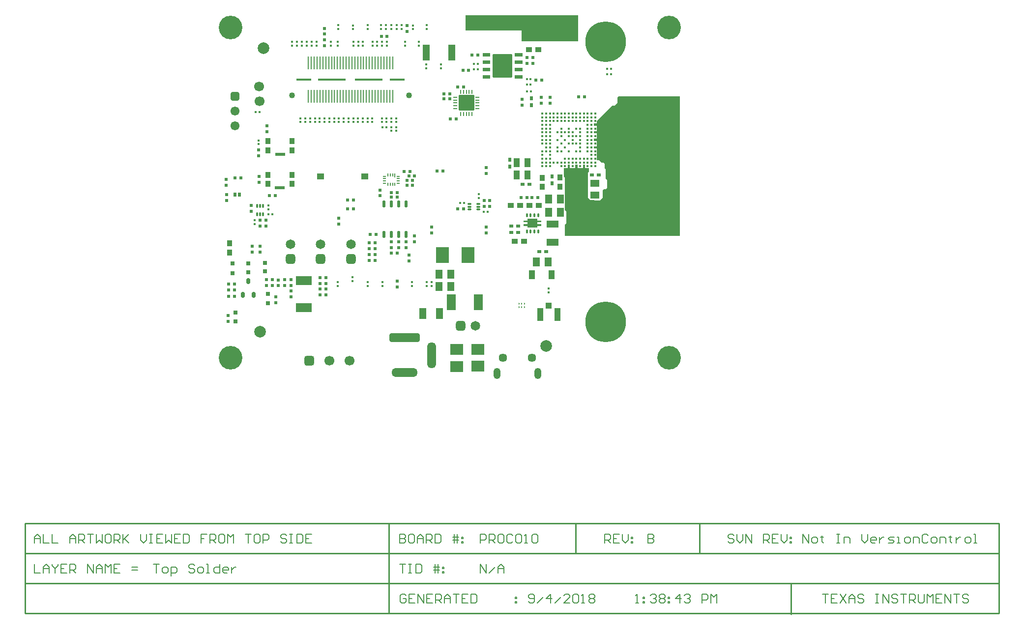
<source format=gts>
G04 Layer_Color=8388736*
%FSLAX25Y25*%
%MOIN*%
G70*
G01*
G75*
%ADD11R,0.03150X0.03150*%
G04:AMPARAMS|DCode=12|XSize=31.5mil|YSize=15.75mil|CornerRadius=1.97mil|HoleSize=0mil|Usage=FLASHONLY|Rotation=0.000|XOffset=0mil|YOffset=0mil|HoleType=Round|Shape=RoundedRectangle|*
%AMROUNDEDRECTD12*
21,1,0.03150,0.01181,0,0,0.0*
21,1,0.02756,0.01575,0,0,0.0*
1,1,0.00394,0.01378,-0.00591*
1,1,0.00394,-0.01378,-0.00591*
1,1,0.00394,-0.01378,0.00591*
1,1,0.00394,0.01378,0.00591*
%
%ADD12ROUNDEDRECTD12*%
G04:AMPARAMS|DCode=13|XSize=133.86mil|YSize=157.48mil|CornerRadius=2.01mil|HoleSize=0mil|Usage=FLASHONLY|Rotation=0.000|XOffset=0mil|YOffset=0mil|HoleType=Round|Shape=RoundedRectangle|*
%AMROUNDEDRECTD13*
21,1,0.13386,0.15346,0,0,0.0*
21,1,0.12984,0.15748,0,0,0.0*
1,1,0.00402,0.06492,-0.07673*
1,1,0.00402,-0.06492,-0.07673*
1,1,0.00402,-0.06492,0.07673*
1,1,0.00402,0.06492,0.07673*
%
%ADD13ROUNDEDRECTD13*%
G04:AMPARAMS|DCode=14|XSize=66.93mil|YSize=21.65mil|CornerRadius=1.95mil|HoleSize=0mil|Usage=FLASHONLY|Rotation=0.000|XOffset=0mil|YOffset=0mil|HoleType=Round|Shape=RoundedRectangle|*
%AMROUNDEDRECTD14*
21,1,0.06693,0.01776,0,0,0.0*
21,1,0.06303,0.02165,0,0,0.0*
1,1,0.00390,0.03152,-0.00888*
1,1,0.00390,-0.03152,-0.00888*
1,1,0.00390,-0.03152,0.00888*
1,1,0.00390,0.03152,0.00888*
%
%ADD14ROUNDEDRECTD14*%
G04:AMPARAMS|DCode=15|XSize=35.43mil|YSize=39.37mil|CornerRadius=1.95mil|HoleSize=0mil|Usage=FLASHONLY|Rotation=180.000|XOffset=0mil|YOffset=0mil|HoleType=Round|Shape=RoundedRectangle|*
%AMROUNDEDRECTD15*
21,1,0.03543,0.03547,0,0,180.0*
21,1,0.03154,0.03937,0,0,180.0*
1,1,0.00390,-0.01577,0.01774*
1,1,0.00390,0.01577,0.01774*
1,1,0.00390,0.01577,-0.01774*
1,1,0.00390,-0.01577,-0.01774*
%
%ADD15ROUNDEDRECTD15*%
%ADD16R,0.05000X0.03937*%
G04:AMPARAMS|DCode=17|XSize=23.62mil|YSize=39.37mil|CornerRadius=5.91mil|HoleSize=0mil|Usage=FLASHONLY|Rotation=180.000|XOffset=0mil|YOffset=0mil|HoleType=Round|Shape=RoundedRectangle|*
%AMROUNDEDRECTD17*
21,1,0.02362,0.02756,0,0,180.0*
21,1,0.01181,0.03937,0,0,180.0*
1,1,0.01181,-0.00591,0.01378*
1,1,0.01181,0.00591,0.01378*
1,1,0.01181,0.00591,-0.01378*
1,1,0.01181,-0.00591,-0.01378*
%
%ADD17ROUNDEDRECTD17*%
G04:AMPARAMS|DCode=18|XSize=18.7mil|YSize=29.53mil|CornerRadius=3.93mil|HoleSize=0mil|Usage=FLASHONLY|Rotation=0.000|XOffset=0mil|YOffset=0mil|HoleType=Round|Shape=RoundedRectangle|*
%AMROUNDEDRECTD18*
21,1,0.01870,0.02167,0,0,0.0*
21,1,0.01085,0.02953,0,0,0.0*
1,1,0.00785,0.00542,-0.01084*
1,1,0.00785,-0.00542,-0.01084*
1,1,0.00785,-0.00542,0.01084*
1,1,0.00785,0.00542,0.01084*
%
%ADD18ROUNDEDRECTD18*%
%ADD19R,0.08500X0.10799*%
%ADD20R,0.10000X0.01693*%
%ADD21R,0.18504X0.01693*%
%ADD22R,0.01098X0.08937*%
G04:AMPARAMS|DCode=23|XSize=9.45mil|YSize=23.62mil|CornerRadius=1.98mil|HoleSize=0mil|Usage=FLASHONLY|Rotation=90.000|XOffset=0mil|YOffset=0mil|HoleType=Round|Shape=RoundedRectangle|*
%AMROUNDEDRECTD23*
21,1,0.00945,0.01965,0,0,90.0*
21,1,0.00548,0.02362,0,0,90.0*
1,1,0.00397,0.00983,0.00274*
1,1,0.00397,0.00983,-0.00274*
1,1,0.00397,-0.00983,-0.00274*
1,1,0.00397,-0.00983,0.00274*
%
%ADD23ROUNDEDRECTD23*%
G04:AMPARAMS|DCode=24|XSize=9.45mil|YSize=23.62mil|CornerRadius=1.98mil|HoleSize=0mil|Usage=FLASHONLY|Rotation=0.000|XOffset=0mil|YOffset=0mil|HoleType=Round|Shape=RoundedRectangle|*
%AMROUNDEDRECTD24*
21,1,0.00945,0.01965,0,0,0.0*
21,1,0.00548,0.02362,0,0,0.0*
1,1,0.00397,0.00274,-0.00983*
1,1,0.00397,-0.00274,-0.00983*
1,1,0.00397,-0.00274,0.00983*
1,1,0.00397,0.00274,0.00983*
%
%ADD24ROUNDEDRECTD24*%
G04:AMPARAMS|DCode=25|XSize=106.3mil|YSize=106.3mil|CornerRadius=2.13mil|HoleSize=0mil|Usage=FLASHONLY|Rotation=0.000|XOffset=0mil|YOffset=0mil|HoleType=Round|Shape=RoundedRectangle|*
%AMROUNDEDRECTD25*
21,1,0.10630,0.10205,0,0,0.0*
21,1,0.10205,0.10630,0,0,0.0*
1,1,0.00425,0.05102,-0.05102*
1,1,0.00425,-0.05102,-0.05102*
1,1,0.00425,-0.05102,0.05102*
1,1,0.00425,0.05102,0.05102*
%
%ADD25ROUNDEDRECTD25*%
%ADD26R,0.00787X0.02756*%
%ADD27R,0.00787X0.02362*%
%ADD28R,0.02362X0.00787*%
G04:AMPARAMS|DCode=29|XSize=41.34mil|YSize=57.09mil|CornerRadius=2.07mil|HoleSize=0mil|Usage=FLASHONLY|Rotation=180.000|XOffset=0mil|YOffset=0mil|HoleType=Round|Shape=RoundedRectangle|*
%AMROUNDEDRECTD29*
21,1,0.04134,0.05295,0,0,180.0*
21,1,0.03720,0.05709,0,0,180.0*
1,1,0.00413,-0.01860,0.02648*
1,1,0.00413,0.01860,0.02648*
1,1,0.00413,0.01860,-0.02648*
1,1,0.00413,-0.01860,-0.02648*
%
%ADD29ROUNDEDRECTD29*%
G04:AMPARAMS|DCode=30|XSize=41.34mil|YSize=86.61mil|CornerRadius=2.07mil|HoleSize=0mil|Usage=FLASHONLY|Rotation=0.000|XOffset=0mil|YOffset=0mil|HoleType=Round|Shape=RoundedRectangle|*
%AMROUNDEDRECTD30*
21,1,0.04134,0.08248,0,0,0.0*
21,1,0.03720,0.08661,0,0,0.0*
1,1,0.00413,0.01860,-0.04124*
1,1,0.00413,-0.01860,-0.04124*
1,1,0.00413,-0.01860,0.04124*
1,1,0.00413,0.01860,0.04124*
%
%ADD30ROUNDEDRECTD30*%
G04:AMPARAMS|DCode=31|XSize=39.37mil|YSize=41.34mil|CornerRadius=1.97mil|HoleSize=0mil|Usage=FLASHONLY|Rotation=0.000|XOffset=0mil|YOffset=0mil|HoleType=Round|Shape=RoundedRectangle|*
%AMROUNDEDRECTD31*
21,1,0.03937,0.03740,0,0,0.0*
21,1,0.03543,0.04134,0,0,0.0*
1,1,0.00394,0.01772,-0.01870*
1,1,0.00394,-0.01772,-0.01870*
1,1,0.00394,-0.01772,0.01870*
1,1,0.00394,0.01772,0.01870*
%
%ADD31ROUNDEDRECTD31*%
G04:AMPARAMS|DCode=33|XSize=7.87mil|YSize=11.81mil|CornerRadius=1.97mil|HoleSize=0mil|Usage=FLASHONLY|Rotation=0.000|XOffset=0mil|YOffset=0mil|HoleType=Round|Shape=RoundedRectangle|*
%AMROUNDEDRECTD33*
21,1,0.00787,0.00787,0,0,0.0*
21,1,0.00394,0.01181,0,0,0.0*
1,1,0.00394,0.00197,-0.00394*
1,1,0.00394,-0.00197,-0.00394*
1,1,0.00394,-0.00197,0.00394*
1,1,0.00394,0.00197,0.00394*
%
%ADD33ROUNDEDRECTD33*%
G04:AMPARAMS|DCode=34|XSize=7.87mil|YSize=13.78mil|CornerRadius=1.97mil|HoleSize=0mil|Usage=FLASHONLY|Rotation=0.000|XOffset=0mil|YOffset=0mil|HoleType=Round|Shape=RoundedRectangle|*
%AMROUNDEDRECTD34*
21,1,0.00787,0.00984,0,0,0.0*
21,1,0.00394,0.01378,0,0,0.0*
1,1,0.00394,0.00197,-0.00492*
1,1,0.00394,-0.00197,-0.00492*
1,1,0.00394,-0.00197,0.00492*
1,1,0.00394,0.00197,0.00492*
%
%ADD34ROUNDEDRECTD34*%
G04:AMPARAMS|DCode=35|XSize=11.81mil|YSize=26.38mil|CornerRadius=1.95mil|HoleSize=0mil|Usage=FLASHONLY|Rotation=0.000|XOffset=0mil|YOffset=0mil|HoleType=Round|Shape=RoundedRectangle|*
%AMROUNDEDRECTD35*
21,1,0.01181,0.02248,0,0,0.0*
21,1,0.00791,0.02638,0,0,0.0*
1,1,0.00390,0.00396,-0.01124*
1,1,0.00390,-0.00396,-0.01124*
1,1,0.00390,-0.00396,0.01124*
1,1,0.00390,0.00396,0.01124*
%
%ADD35ROUNDEDRECTD35*%
G04:AMPARAMS|DCode=36|XSize=59.05mil|YSize=68.9mil|CornerRadius=2.07mil|HoleSize=0mil|Usage=FLASHONLY|Rotation=270.000|XOffset=0mil|YOffset=0mil|HoleType=Round|Shape=RoundedRectangle|*
%AMROUNDEDRECTD36*
21,1,0.05905,0.06476,0,0,270.0*
21,1,0.05492,0.06890,0,0,270.0*
1,1,0.00413,-0.03238,-0.02746*
1,1,0.00413,-0.03238,0.02746*
1,1,0.00413,0.03238,0.02746*
1,1,0.00413,0.03238,-0.02746*
%
%ADD36ROUNDEDRECTD36*%
G04:AMPARAMS|DCode=37|XSize=11.81mil|YSize=23.62mil|CornerRadius=1.95mil|HoleSize=0mil|Usage=FLASHONLY|Rotation=0.000|XOffset=0mil|YOffset=0mil|HoleType=Round|Shape=RoundedRectangle|*
%AMROUNDEDRECTD37*
21,1,0.01181,0.01972,0,0,0.0*
21,1,0.00791,0.02362,0,0,0.0*
1,1,0.00390,0.00396,-0.00986*
1,1,0.00390,-0.00396,-0.00986*
1,1,0.00390,-0.00396,0.00986*
1,1,0.00390,0.00396,0.00986*
%
%ADD37ROUNDEDRECTD37*%
%ADD38O,0.02165X0.04921*%
G04:AMPARAMS|DCode=40|XSize=87.79mil|YSize=70.87mil|CornerRadius=2.13mil|HoleSize=0mil|Usage=FLASHONLY|Rotation=0.000|XOffset=0mil|YOffset=0mil|HoleType=Round|Shape=RoundedRectangle|*
%AMROUNDEDRECTD40*
21,1,0.08779,0.06661,0,0,0.0*
21,1,0.08354,0.07087,0,0,0.0*
1,1,0.00425,0.04177,-0.03331*
1,1,0.00425,-0.04177,-0.03331*
1,1,0.00425,-0.04177,0.03331*
1,1,0.00425,0.04177,0.03331*
%
%ADD40ROUNDEDRECTD40*%
%ADD41R,0.04724X0.10630*%
%ADD42R,0.06299X0.10630*%
%ADD43R,0.05118X0.07283*%
%ADD44R,0.03740X0.03937*%
%ADD45R,0.01968X0.02362*%
%ADD46R,0.01654X0.01811*%
%ADD47R,0.01811X0.01654*%
%ADD48R,0.02362X0.01968*%
%ADD49R,0.07874X0.04724*%
%ADD50R,0.03937X0.03740*%
%ADD51R,0.05000X0.06300*%
G04:AMPARAMS|DCode=52|XSize=11.81mil|YSize=26.38mil|CornerRadius=1.95mil|HoleSize=0mil|Usage=FLASHONLY|Rotation=90.000|XOffset=0mil|YOffset=0mil|HoleType=Round|Shape=RoundedRectangle|*
%AMROUNDEDRECTD52*
21,1,0.01181,0.02248,0,0,90.0*
21,1,0.00791,0.02638,0,0,90.0*
1,1,0.00390,0.01124,0.00396*
1,1,0.00390,0.01124,-0.00396*
1,1,0.00390,-0.01124,-0.00396*
1,1,0.00390,-0.01124,0.00396*
%
%ADD52ROUNDEDRECTD52*%
%ADD53R,0.10630X0.06299*%
%ADD54R,0.04331X0.06299*%
%ADD55R,0.03150X0.02362*%
%ADD56R,0.06300X0.05000*%
%ADD57R,0.02362X0.03150*%
%ADD65C,0.01000*%
%ADD80C,0.00800*%
G04:AMPARAMS|DCode=81|XSize=64.96mil|YSize=64.96mil|CornerRadius=16.24mil|HoleSize=0mil|Usage=FLASHONLY|Rotation=90.000|XOffset=0mil|YOffset=0mil|HoleType=Round|Shape=RoundedRectangle|*
%AMROUNDEDRECTD81*
21,1,0.06496,0.03248,0,0,90.0*
21,1,0.03248,0.06496,0,0,90.0*
1,1,0.03248,0.01624,0.01624*
1,1,0.03248,0.01624,-0.01624*
1,1,0.03248,-0.01624,-0.01624*
1,1,0.03248,-0.01624,0.01624*
%
%ADD81ROUNDEDRECTD81*%
%ADD82C,0.06496*%
G04:AMPARAMS|DCode=83|XSize=61.02mil|YSize=61.02mil|CornerRadius=15.26mil|HoleSize=0mil|Usage=FLASHONLY|Rotation=270.000|XOffset=0mil|YOffset=0mil|HoleType=Round|Shape=RoundedRectangle|*
%AMROUNDEDRECTD83*
21,1,0.06102,0.03051,0,0,270.0*
21,1,0.03051,0.06102,0,0,270.0*
1,1,0.03051,-0.01526,-0.01526*
1,1,0.03051,-0.01526,0.01526*
1,1,0.03051,0.01526,0.01526*
1,1,0.03051,0.01526,-0.01526*
%
%ADD83ROUNDEDRECTD83*%
%ADD84C,0.06102*%
%ADD85C,0.06693*%
G04:AMPARAMS|DCode=86|XSize=66.93mil|YSize=66.93mil|CornerRadius=16.73mil|HoleSize=0mil|Usage=FLASHONLY|Rotation=0.000|XOffset=0mil|YOffset=0mil|HoleType=Round|Shape=RoundedRectangle|*
%AMROUNDEDRECTD86*
21,1,0.06693,0.03347,0,0,0.0*
21,1,0.03347,0.06693,0,0,0.0*
1,1,0.03346,0.01673,-0.01673*
1,1,0.03346,-0.01673,-0.01673*
1,1,0.03346,-0.01673,0.01673*
1,1,0.03346,0.01673,0.01673*
%
%ADD86ROUNDEDRECTD86*%
%ADD87O,0.05905X0.17716*%
%ADD88O,0.17716X0.05905*%
G04:AMPARAMS|DCode=89|XSize=59.05mil|YSize=206.69mil|CornerRadius=14.76mil|HoleSize=0mil|Usage=FLASHONLY|Rotation=270.000|XOffset=0mil|YOffset=0mil|HoleType=Round|Shape=RoundedRectangle|*
%AMROUNDEDRECTD89*
21,1,0.05905,0.17716,0,0,270.0*
21,1,0.02953,0.20669,0,0,270.0*
1,1,0.02953,-0.08858,-0.01476*
1,1,0.02953,-0.08858,0.01476*
1,1,0.02953,0.08858,0.01476*
1,1,0.02953,0.08858,-0.01476*
%
%ADD89ROUNDEDRECTD89*%
%ADD90C,0.05709*%
%ADD91O,0.04724X0.07480*%
G04:AMPARAMS|DCode=92|XSize=64.96mil|YSize=64.96mil|CornerRadius=16.24mil|HoleSize=0mil|Usage=FLASHONLY|Rotation=0.000|XOffset=0mil|YOffset=0mil|HoleType=Round|Shape=RoundedRectangle|*
%AMROUNDEDRECTD92*
21,1,0.06496,0.03248,0,0,0.0*
21,1,0.03248,0.06496,0,0,0.0*
1,1,0.03248,0.01624,-0.01624*
1,1,0.03248,-0.01624,-0.01624*
1,1,0.03248,-0.01624,0.01624*
1,1,0.03248,0.01624,0.01624*
%
%ADD92ROUNDEDRECTD92*%
%ADD93C,0.16000*%
%ADD94C,0.27559*%
%ADD95C,0.01968*%
%ADD144C,0.07874*%
%ADD145C,0.01654*%
%ADD146C,0.04016*%
G36*
X235800Y214650D02*
X197400D01*
Y221950D01*
X159600D01*
Y232450D01*
X159600Y232450D01*
X235800D01*
Y214650D01*
D02*
G37*
G36*
X198023Y204388D02*
X192813Y204388D01*
X192813Y206748D01*
X198023D01*
Y204388D01*
D02*
G37*
G36*
X176233D02*
X171023Y204388D01*
X171023Y206748D01*
X176233D01*
Y204388D01*
D02*
G37*
G36*
X198023Y199388D02*
X192813Y199388D01*
X192813Y201748D01*
X198023D01*
Y199388D01*
D02*
G37*
G36*
X176233D02*
X171023Y199388D01*
X171023Y201748D01*
X176233D01*
Y199388D01*
D02*
G37*
G36*
X198023Y194388D02*
X192813Y194388D01*
X192813Y196748D01*
X198023D01*
Y194388D01*
D02*
G37*
G36*
X176233D02*
X171023Y194388D01*
X171023Y196748D01*
X176233D01*
Y194388D01*
D02*
G37*
G36*
X198023Y189388D02*
X192813Y189388D01*
X192813Y191748D01*
X198023D01*
Y189388D01*
D02*
G37*
G36*
X176233D02*
X171023Y189388D01*
X171023Y191748D01*
X176233D01*
Y189388D01*
D02*
G37*
G36*
X304700Y82570D02*
X226900D01*
Y90250D01*
X227900Y91250D01*
Y98950D01*
X226690Y100160D01*
Y122260D01*
X226000Y122950D01*
Y128750D01*
X228700D01*
Y130840D01*
X230100D01*
Y128750D01*
X233900D01*
Y130840D01*
X235300D01*
Y128750D01*
X239000D01*
Y130840D01*
X240500D01*
Y128750D01*
X243000D01*
Y126050D01*
X242600Y125650D01*
Y108450D01*
X244000Y107050D01*
X246500D01*
X247000Y106550D01*
X250400D01*
X252400Y108550D01*
Y113550D01*
X253300Y114450D01*
X254500D01*
X255400Y115350D01*
Y120550D01*
X254450Y121500D01*
Y123700D01*
X254600Y123850D01*
Y127750D01*
X253800Y128550D01*
Y131550D01*
X252900Y132450D01*
X251700D01*
X250200Y133950D01*
X248500D01*
Y141950D01*
X246400D01*
Y143450D01*
X248400D01*
Y147150D01*
X246400D01*
Y148650D01*
X248400D01*
Y152250D01*
X246400D01*
Y153650D01*
X248400D01*
Y157250D01*
X246400D01*
Y158950D01*
X248400D01*
Y160650D01*
X258800Y171050D01*
X260800D01*
X262600Y172850D01*
Y176650D01*
X263300Y177350D01*
X304700D01*
Y82570D01*
D02*
G37*
G36*
X208262Y93123D02*
X210723Y93123D01*
Y92020D01*
X208262Y92020D01*
Y90564D01*
X210723D01*
Y89461D01*
X208262D01*
Y88339D01*
X201373D01*
Y89461D01*
X198912D01*
Y90564D01*
X201373D01*
Y92020D01*
X198912Y92020D01*
Y93123D01*
X201373Y93123D01*
Y94245D01*
X208262D01*
Y93123D01*
D02*
G37*
G54D11*
X3345Y30511D02*
D03*
Y24606D02*
D03*
X23435Y64435D02*
D03*
Y58530D02*
D03*
X11971Y63870D02*
D03*
Y57965D02*
D03*
X1579Y63954D02*
D03*
Y57458D02*
D03*
X25501Y43467D02*
D03*
Y36971D02*
D03*
G54D12*
X173499Y205568D02*
D03*
Y200568D02*
D03*
Y195568D02*
D03*
Y190568D02*
D03*
X195547D02*
D03*
Y195568D02*
D03*
Y200568D02*
D03*
Y205568D02*
D03*
G54D13*
X184523Y198068D02*
D03*
G54D14*
X33665Y138142D02*
D03*
X33535Y115366D02*
D03*
G54D15*
X41736Y146902D02*
D03*
X25594D02*
D03*
Y140602D02*
D03*
X41736D02*
D03*
X41606Y124126D02*
D03*
X25464D02*
D03*
Y117826D02*
D03*
X41606D02*
D03*
G54D16*
X61000Y123000D02*
D03*
X91000D02*
D03*
G54D17*
X8318Y42551D02*
D03*
X15798D02*
D03*
X12058Y51999D02*
D03*
G54D18*
X2957Y110606D02*
D03*
X6205D02*
D03*
G54D19*
X161165Y69650D02*
D03*
X143763D02*
D03*
G54D20*
X49653Y188626D02*
D03*
X113157D02*
D03*
G54D21*
X68905D02*
D03*
X93905D02*
D03*
G54D22*
X109948Y199906D02*
D03*
X107980D02*
D03*
X106011D02*
D03*
X104043D02*
D03*
X102074D02*
D03*
X100106D02*
D03*
X98137D02*
D03*
X96169D02*
D03*
X94200D02*
D03*
X92232D02*
D03*
X90263D02*
D03*
X88295D02*
D03*
X86326D02*
D03*
X84358D02*
D03*
X82389D02*
D03*
X80421D02*
D03*
X78452D02*
D03*
X76484D02*
D03*
X74515D02*
D03*
X72547D02*
D03*
X70578D02*
D03*
X68610D02*
D03*
X66641D02*
D03*
X64673D02*
D03*
X62704D02*
D03*
X60736D02*
D03*
X58767D02*
D03*
X56799D02*
D03*
X54830D02*
D03*
X52862D02*
D03*
X109948Y177347D02*
D03*
X107980D02*
D03*
X106011D02*
D03*
X104043D02*
D03*
X102074D02*
D03*
X100106D02*
D03*
X98137D02*
D03*
X96169D02*
D03*
X94200D02*
D03*
X92232D02*
D03*
X90263D02*
D03*
X88295D02*
D03*
X86326D02*
D03*
X84358D02*
D03*
X82389D02*
D03*
X80421D02*
D03*
X78452D02*
D03*
X76484D02*
D03*
X74515D02*
D03*
X72547D02*
D03*
X70578D02*
D03*
X68610D02*
D03*
X66641D02*
D03*
X64673D02*
D03*
X62704D02*
D03*
X60736D02*
D03*
X58767D02*
D03*
X56799D02*
D03*
X54830D02*
D03*
X52862D02*
D03*
G54D23*
X152455Y176769D02*
D03*
Y174801D02*
D03*
Y172832D02*
D03*
Y170863D02*
D03*
Y168895D02*
D03*
X167415Y168895D02*
D03*
Y170864D02*
D03*
Y172832D02*
D03*
Y174801D02*
D03*
Y176769D02*
D03*
G54D24*
X155998Y165352D02*
D03*
X157966D02*
D03*
X159935Y165352D02*
D03*
X161903D02*
D03*
X163872D02*
D03*
Y180312D02*
D03*
X161903D02*
D03*
X159935Y180312D02*
D03*
X157966D02*
D03*
X155998D02*
D03*
G54D25*
X159935Y172832D02*
D03*
G54D26*
X111548Y123674D02*
D03*
G54D27*
X109973Y123871D02*
D03*
X108398D02*
D03*
X106823D02*
D03*
Y117571D02*
D03*
X108398D02*
D03*
X109973D02*
D03*
X111548Y117571D02*
D03*
G54D28*
X104461Y123083D02*
D03*
Y121508D02*
D03*
Y119934D02*
D03*
Y118359D02*
D03*
X113910D02*
D03*
Y119934D02*
D03*
Y121508D02*
D03*
Y123083D02*
D03*
G54D29*
X194230Y123882D02*
D03*
Y132346D02*
D03*
X201514D02*
D03*
Y123882D02*
D03*
G54D30*
X221678Y29372D02*
D03*
X210064D02*
D03*
G54D31*
X215871Y35376D02*
D03*
G54D33*
X199568Y34369D02*
D03*
X197600D02*
D03*
X195632D02*
D03*
Y36731D02*
D03*
X197600D02*
D03*
G54D34*
X199568Y36633D02*
D03*
G54D35*
X20082Y97240D02*
D03*
X22050Y103067D02*
D03*
X20082D02*
D03*
X18113D02*
D03*
Y97240D02*
D03*
X22050D02*
D03*
G54D36*
X204818Y91292D02*
D03*
G54D37*
X208656Y85780D02*
D03*
X206097D02*
D03*
X203538D02*
D03*
X200979D02*
D03*
Y96804D02*
D03*
X203538D02*
D03*
X206097D02*
D03*
X208656D02*
D03*
G54D38*
X104237Y83691D02*
D03*
X109237D02*
D03*
X114237D02*
D03*
X119237D02*
D03*
X104237Y104360D02*
D03*
X109237D02*
D03*
X114237D02*
D03*
X119237D02*
D03*
G54D40*
X153430Y5593D02*
D03*
Y-5903D02*
D03*
X167770Y5713D02*
D03*
Y-5783D02*
D03*
G54D41*
X132844Y207126D02*
D03*
X150167D02*
D03*
G54D42*
X149932Y37774D02*
D03*
X168042D02*
D03*
G54D43*
X141709Y30000D02*
D03*
X130291D02*
D03*
G54D44*
X223445Y116040D02*
D03*
Y122340D02*
D03*
X-400Y71200D02*
D03*
Y77500D02*
D03*
X211545Y115830D02*
D03*
Y122130D02*
D03*
G54D45*
X-1440Y28641D02*
D03*
Y24704D02*
D03*
X124650Y82586D02*
D03*
Y78649D02*
D03*
X20046Y71811D02*
D03*
Y75748D02*
D03*
X114237Y74712D02*
D03*
Y78649D02*
D03*
X119237D02*
D03*
Y74712D02*
D03*
X98112Y70005D02*
D03*
Y66068D02*
D03*
X120950Y69625D02*
D03*
Y65688D02*
D03*
X32582Y48868D02*
D03*
Y52805D02*
D03*
X20098Y93304D02*
D03*
Y89367D02*
D03*
X14038Y103304D02*
D03*
Y99366D02*
D03*
X112975Y47960D02*
D03*
Y51897D02*
D03*
X30861Y37247D02*
D03*
Y41184D02*
D03*
X-2726Y106746D02*
D03*
Y110684D02*
D03*
X119840Y225374D02*
D03*
Y221437D02*
D03*
X28500Y48946D02*
D03*
Y52883D02*
D03*
X98188Y77854D02*
D03*
Y73917D02*
D03*
X60892Y42786D02*
D03*
Y46723D02*
D03*
X73600Y94718D02*
D03*
Y90781D02*
D03*
X40952Y41346D02*
D03*
Y45283D02*
D03*
X64932Y46723D02*
D03*
Y42786D02*
D03*
X94142Y77883D02*
D03*
Y73946D02*
D03*
X60878Y54394D02*
D03*
Y50457D02*
D03*
X36698Y48917D02*
D03*
Y52854D02*
D03*
X64882Y50486D02*
D03*
Y54423D02*
D03*
X40962Y48946D02*
D03*
Y52883D02*
D03*
X94092Y70083D02*
D03*
Y66146D02*
D03*
X63820Y211747D02*
D03*
Y215684D02*
D03*
X109237Y78649D02*
D03*
Y74712D02*
D03*
X19205Y137124D02*
D03*
Y141060D02*
D03*
X-2774Y120853D02*
D03*
Y116917D02*
D03*
X24604Y153347D02*
D03*
Y157283D02*
D03*
X14900Y71820D02*
D03*
Y75757D02*
D03*
X24291Y52874D02*
D03*
Y48937D02*
D03*
X63826Y223475D02*
D03*
Y219538D02*
D03*
X101551Y113768D02*
D03*
Y109832D02*
D03*
X173560Y84566D02*
D03*
Y88503D02*
D03*
X136470Y84797D02*
D03*
Y88734D02*
D03*
X173500Y128934D02*
D03*
Y124996D02*
D03*
X24112Y93304D02*
D03*
Y89367D02*
D03*
X19570Y119157D02*
D03*
Y123093D02*
D03*
X210800Y172774D02*
D03*
Y176711D02*
D03*
X216655Y172610D02*
D03*
Y176547D02*
D03*
X197855Y171273D02*
D03*
Y175210D02*
D03*
G54D46*
X142725Y198971D02*
D03*
Y196373D02*
D03*
X16383Y93421D02*
D03*
Y90823D02*
D03*
X25783Y103421D02*
D03*
Y100823D02*
D03*
X168467Y110877D02*
D03*
Y108279D02*
D03*
X215886Y44318D02*
D03*
Y46916D02*
D03*
X136285Y51207D02*
D03*
Y48609D02*
D03*
X133035Y51207D02*
D03*
Y48609D02*
D03*
X112433Y153873D02*
D03*
Y156471D02*
D03*
X99575Y211673D02*
D03*
Y214271D02*
D03*
X109133Y153873D02*
D03*
Y156471D02*
D03*
X48435Y211673D02*
D03*
Y214271D02*
D03*
X92985Y159873D02*
D03*
Y162471D02*
D03*
X70385Y159873D02*
D03*
Y162471D02*
D03*
X67135Y159873D02*
D03*
Y162471D02*
D03*
X73575Y159873D02*
D03*
Y162471D02*
D03*
X83305Y159873D02*
D03*
Y162471D02*
D03*
X80055Y159873D02*
D03*
Y162471D02*
D03*
X89775Y159873D02*
D03*
Y162471D02*
D03*
X76805Y159873D02*
D03*
Y162471D02*
D03*
X47561Y159873D02*
D03*
Y162471D02*
D03*
X57325Y159873D02*
D03*
Y162471D02*
D03*
X54075Y159873D02*
D03*
Y162471D02*
D03*
X63825Y159873D02*
D03*
Y162471D02*
D03*
X60575Y159873D02*
D03*
Y162471D02*
D03*
X112425Y159873D02*
D03*
Y162471D02*
D03*
X105925Y159873D02*
D03*
Y162471D02*
D03*
X96383Y211673D02*
D03*
Y214271D02*
D03*
X109175Y159873D02*
D03*
Y162471D02*
D03*
X86555Y159873D02*
D03*
Y162471D02*
D03*
X96211Y159873D02*
D03*
Y162471D02*
D03*
X116125Y222973D02*
D03*
Y225571D02*
D03*
X102661Y159873D02*
D03*
Y162471D02*
D03*
X86661Y211673D02*
D03*
Y214271D02*
D03*
X89911Y211673D02*
D03*
Y214271D02*
D03*
X45211Y211673D02*
D03*
Y214271D02*
D03*
X55011Y211673D02*
D03*
Y214271D02*
D03*
X58561Y211673D02*
D03*
Y214271D02*
D03*
X50825Y159873D02*
D03*
Y162471D02*
D03*
X93005Y222973D02*
D03*
Y225571D02*
D03*
X112900Y222973D02*
D03*
Y225571D02*
D03*
X102255Y222973D02*
D03*
Y225571D02*
D03*
X73005Y222973D02*
D03*
Y225571D02*
D03*
X132955Y222973D02*
D03*
Y225571D02*
D03*
X102821Y211708D02*
D03*
Y214306D02*
D03*
X83411Y211673D02*
D03*
Y214271D02*
D03*
X72625Y211673D02*
D03*
Y214271D02*
D03*
X67975Y211673D02*
D03*
Y214271D02*
D03*
X41925Y211673D02*
D03*
Y214271D02*
D03*
X82975Y222873D02*
D03*
Y225471D02*
D03*
X105491Y222973D02*
D03*
Y225571D02*
D03*
X123025Y51327D02*
D03*
Y48729D02*
D03*
X103025Y51227D02*
D03*
Y48629D02*
D03*
X92975Y51227D02*
D03*
Y48629D02*
D03*
X82825Y54527D02*
D03*
Y51929D02*
D03*
X72775Y51227D02*
D03*
Y48629D02*
D03*
X19250Y147424D02*
D03*
Y144826D02*
D03*
X106025Y211773D02*
D03*
Y214371D02*
D03*
X109238Y222973D02*
D03*
Y225571D02*
D03*
X123925Y222873D02*
D03*
Y225471D02*
D03*
X118400Y211668D02*
D03*
Y214267D02*
D03*
X127755Y211673D02*
D03*
Y214271D02*
D03*
X51739Y211629D02*
D03*
Y214227D02*
D03*
X132675Y198971D02*
D03*
Y196373D02*
D03*
G54D47*
X17170Y166675D02*
D03*
X19768D02*
D03*
X258099Y195900D02*
D03*
X255501D02*
D03*
X258099Y192200D02*
D03*
X255501D02*
D03*
X28477Y97333D02*
D03*
X25879D02*
D03*
X174521Y99117D02*
D03*
X171923D02*
D03*
X158277Y104833D02*
D03*
X155679D02*
D03*
X103111Y156362D02*
D03*
X105709D02*
D03*
X203677Y180735D02*
D03*
X201079D02*
D03*
X203577Y185385D02*
D03*
X200979D02*
D03*
X203577Y188835D02*
D03*
X200979D02*
D03*
X167777Y195685D02*
D03*
X165179D02*
D03*
X167777Y199245D02*
D03*
X165179D02*
D03*
G54D48*
X119658Y116981D02*
D03*
X123595D02*
D03*
X120958Y123412D02*
D03*
X124895D02*
D03*
X123595Y120196D02*
D03*
X119658D02*
D03*
X109201Y108829D02*
D03*
X113138D02*
D03*
X117691Y126415D02*
D03*
X121628D02*
D03*
X94859Y83545D02*
D03*
X98796D02*
D03*
X113138Y111967D02*
D03*
X109201D02*
D03*
X171996Y102668D02*
D03*
X175934D02*
D03*
X158203Y100992D02*
D03*
X154267D02*
D03*
X79431Y107150D02*
D03*
X83368D02*
D03*
X207196Y188448D02*
D03*
X211134D02*
D03*
X102312Y217956D02*
D03*
X106249D02*
D03*
X161598Y195040D02*
D03*
X157660D02*
D03*
X7134Y122114D02*
D03*
X3196D02*
D03*
X30503Y109884D02*
D03*
X26566D02*
D03*
X2726Y50007D02*
D03*
X-1211D02*
D03*
X-1190Y41633D02*
D03*
X2747D02*
D03*
X2740Y45977D02*
D03*
X-1197D02*
D03*
X204562Y108513D02*
D03*
X208500D02*
D03*
X197020Y108517D02*
D03*
X200957D02*
D03*
X144885Y178874D02*
D03*
X148822D02*
D03*
Y175611D02*
D03*
X144885D02*
D03*
X144139Y126535D02*
D03*
X140201D02*
D03*
X175903Y106650D02*
D03*
X171967D02*
D03*
X83368Y101050D02*
D03*
X79431D02*
D03*
X236148Y177080D02*
D03*
X240085D02*
D03*
X205047Y199526D02*
D03*
X201110D02*
D03*
X113174Y71114D02*
D03*
X109237D02*
D03*
X149165Y162025D02*
D03*
X153103D02*
D03*
X154029Y183493D02*
D03*
X157966D02*
D03*
X205061Y203770D02*
D03*
X201124D02*
D03*
X167737Y205234D02*
D03*
X163800D02*
D03*
G54D49*
X218500Y90799D02*
D03*
Y78201D02*
D03*
G54D50*
X196500Y103487D02*
D03*
X190201D02*
D03*
X202397Y208899D02*
D03*
X208697D02*
D03*
X202837Y103487D02*
D03*
X209137D02*
D03*
X192697Y79027D02*
D03*
X198997D02*
D03*
G54D51*
X141518Y56513D02*
D03*
X149518D02*
D03*
X141518Y48301D02*
D03*
X149518D02*
D03*
X215681Y107738D02*
D03*
X223681D02*
D03*
X215623Y98499D02*
D03*
X223623D02*
D03*
X207463Y65090D02*
D03*
X215463D02*
D03*
G54D52*
X168059Y102475D02*
D03*
X162233Y104444D02*
D03*
Y102475D02*
D03*
Y100506D02*
D03*
X168059D02*
D03*
Y104444D02*
D03*
G54D53*
X49873Y52160D02*
D03*
Y34050D02*
D03*
G54D54*
X217873Y56322D02*
D03*
X204487D02*
D03*
G54D55*
X190373Y89202D02*
D03*
X195097D02*
D03*
X195097Y85122D02*
D03*
X190373D02*
D03*
X197985Y117820D02*
D03*
X202709D02*
D03*
X244938Y124000D02*
D03*
X249662D02*
D03*
X209437Y72001D02*
D03*
X214161D02*
D03*
G54D56*
X247042Y118198D02*
D03*
Y110198D02*
D03*
G54D57*
X189340Y134483D02*
D03*
Y129759D02*
D03*
X204255Y171418D02*
D03*
Y176142D02*
D03*
X218255Y122942D02*
D03*
Y118218D02*
D03*
G54D65*
X380200Y-174000D02*
Y-153717D01*
X261300Y-173350D02*
X521000D01*
Y-112350D01*
X107300Y-173350D02*
Y-112350D01*
X-139200Y-173350D02*
Y-112350D01*
X-139150Y-173350D02*
X18400D01*
X-139150D02*
Y-112350D01*
Y-112350D02*
X521000D01*
X-139200Y-173350D02*
X261300D01*
X-139200Y-153017D02*
X520800D01*
X-139200Y-132683D02*
X521000D01*
X234000D02*
Y-112350D01*
X318000Y-132683D02*
Y-112350D01*
G54D80*
X-52300Y-139851D02*
X-48301D01*
X-50301D01*
Y-145849D01*
X-45302D02*
X-43303D01*
X-42303Y-144850D01*
Y-142850D01*
X-43303Y-141851D01*
X-45302D01*
X-46302Y-142850D01*
Y-144850D01*
X-45302Y-145849D01*
X-40304Y-147849D02*
Y-141851D01*
X-37305D01*
X-36305Y-142850D01*
Y-144850D01*
X-37305Y-145849D01*
X-40304D01*
X-24309Y-140851D02*
X-25309Y-139851D01*
X-27308D01*
X-28308Y-140851D01*
Y-141851D01*
X-27308Y-142850D01*
X-25309D01*
X-24309Y-143850D01*
Y-144850D01*
X-25309Y-145849D01*
X-27308D01*
X-28308Y-144850D01*
X-21310Y-145849D02*
X-19311D01*
X-18311Y-144850D01*
Y-142850D01*
X-19311Y-141851D01*
X-21310D01*
X-22310Y-142850D01*
Y-144850D01*
X-21310Y-145849D01*
X-16312D02*
X-14312D01*
X-15312D01*
Y-139851D01*
X-16312D01*
X-7315D02*
Y-145849D01*
X-10314D01*
X-11313Y-144850D01*
Y-142850D01*
X-10314Y-141851D01*
X-7315D01*
X-2316Y-145849D02*
X-4315D01*
X-5315Y-144850D01*
Y-142850D01*
X-4315Y-141851D01*
X-2316D01*
X-1316Y-142850D01*
Y-143850D01*
X-5315D01*
X683Y-141851D02*
Y-145849D01*
Y-143850D01*
X1682Y-142850D01*
X2682Y-141851D01*
X3682D01*
X-52300Y-139851D02*
X-48301D01*
X-50301D01*
Y-145849D01*
X-45302D02*
X-43303D01*
X-42303Y-144850D01*
Y-142850D01*
X-43303Y-141851D01*
X-45302D01*
X-46302Y-142850D01*
Y-144850D01*
X-45302Y-145849D01*
X-40304Y-147849D02*
Y-141851D01*
X-37305D01*
X-36305Y-142850D01*
Y-144850D01*
X-37305Y-145849D01*
X-40304D01*
X-24309Y-140851D02*
X-25309Y-139851D01*
X-27308D01*
X-28308Y-140851D01*
Y-141851D01*
X-27308Y-142850D01*
X-25309D01*
X-24309Y-143850D01*
Y-144850D01*
X-25309Y-145849D01*
X-27308D01*
X-28308Y-144850D01*
X-21310Y-145849D02*
X-19311D01*
X-18311Y-144850D01*
Y-142850D01*
X-19311Y-141851D01*
X-21310D01*
X-22310Y-142850D01*
Y-144850D01*
X-21310Y-145849D01*
X-16312D02*
X-14312D01*
X-15312D01*
Y-139851D01*
X-16312D01*
X-7315D02*
Y-145849D01*
X-10314D01*
X-11313Y-144850D01*
Y-142850D01*
X-10314Y-141851D01*
X-7315D01*
X-2316Y-145849D02*
X-4315D01*
X-5315Y-144850D01*
Y-142850D01*
X-4315Y-141851D01*
X-2316D01*
X-1316Y-142850D01*
Y-143850D01*
X-5315D01*
X683Y-141851D02*
Y-145849D01*
Y-143850D01*
X1682Y-142850D01*
X2682Y-141851D01*
X3682D01*
X169350Y-145900D02*
Y-139902D01*
X173349Y-145900D01*
Y-139902D01*
X175348Y-145900D02*
X179347Y-141901D01*
X181346Y-145900D02*
Y-141901D01*
X183345Y-139902D01*
X185345Y-141901D01*
Y-145900D01*
Y-142901D01*
X181346D01*
X114800Y-139902D02*
X118799D01*
X116799D01*
Y-145900D01*
X120798Y-139902D02*
X122797D01*
X121798D01*
Y-145900D01*
X120798D01*
X122797D01*
X125796Y-139902D02*
Y-145900D01*
X128796D01*
X129795Y-144900D01*
Y-140902D01*
X128796Y-139902D01*
X125796D01*
X138792Y-145900D02*
Y-139902D01*
X140792D02*
Y-145900D01*
X137793Y-141901D02*
X140792D01*
X141791D01*
X137793Y-143901D02*
X141791D01*
X143791Y-141901D02*
X144790D01*
Y-142901D01*
X143791D01*
Y-141901D01*
Y-144900D02*
X144790D01*
Y-145900D01*
X143791D01*
Y-144900D01*
X401300Y-160435D02*
X405299D01*
X403299D01*
Y-166434D01*
X411297Y-160435D02*
X407298D01*
Y-166434D01*
X411297D01*
X407298Y-163435D02*
X409297D01*
X413296Y-160435D02*
X417295Y-166434D01*
Y-160435D02*
X413296Y-166434D01*
X419294D02*
Y-162435D01*
X421293Y-160435D01*
X423293Y-162435D01*
Y-166434D01*
Y-163435D01*
X419294D01*
X429291Y-161435D02*
X428291Y-160435D01*
X426292D01*
X425292Y-161435D01*
Y-162435D01*
X426292Y-163435D01*
X428291D01*
X429291Y-164434D01*
Y-165434D01*
X428291Y-166434D01*
X426292D01*
X425292Y-165434D01*
X437288Y-160435D02*
X439288D01*
X438288D01*
Y-166434D01*
X437288D01*
X439288D01*
X442287D02*
Y-160435D01*
X446285Y-166434D01*
Y-160435D01*
X452283Y-161435D02*
X451284Y-160435D01*
X449285D01*
X448285Y-161435D01*
Y-162435D01*
X449285Y-163435D01*
X451284D01*
X452283Y-164434D01*
Y-165434D01*
X451284Y-166434D01*
X449285D01*
X448285Y-165434D01*
X454283Y-160435D02*
X458282D01*
X456282D01*
Y-166434D01*
X460281D02*
Y-160435D01*
X463280D01*
X464280Y-161435D01*
Y-163435D01*
X463280Y-164434D01*
X460281D01*
X462280D02*
X464280Y-166434D01*
X466279Y-160435D02*
Y-165434D01*
X467279Y-166434D01*
X469278D01*
X470278Y-165434D01*
Y-160435D01*
X472277Y-166434D02*
Y-160435D01*
X474276Y-162435D01*
X476276Y-160435D01*
Y-166434D01*
X482274Y-160435D02*
X478275D01*
Y-166434D01*
X482274D01*
X478275Y-163435D02*
X480274D01*
X484273Y-166434D02*
Y-160435D01*
X488272Y-166434D01*
Y-160435D01*
X490271D02*
X494270D01*
X492271D01*
Y-166434D01*
X500268Y-161435D02*
X499268Y-160435D01*
X497269D01*
X496269Y-161435D01*
Y-162435D01*
X497269Y-163435D01*
X499268D01*
X500268Y-164434D01*
Y-165434D01*
X499268Y-166434D01*
X497269D01*
X496269Y-165434D01*
X274850Y-166434D02*
X276849D01*
X275850D01*
Y-160435D01*
X274850Y-161435D01*
X279848Y-162435D02*
X280848D01*
Y-163435D01*
X279848D01*
Y-162435D01*
Y-165434D02*
X280848D01*
Y-166434D01*
X279848D01*
Y-165434D01*
X284847Y-161435D02*
X285846Y-160435D01*
X287846D01*
X288845Y-161435D01*
Y-162435D01*
X287846Y-163435D01*
X286846D01*
X287846D01*
X288845Y-164434D01*
Y-165434D01*
X287846Y-166434D01*
X285846D01*
X284847Y-165434D01*
X290845Y-161435D02*
X291845Y-160435D01*
X293844D01*
X294844Y-161435D01*
Y-162435D01*
X293844Y-163435D01*
X294844Y-164434D01*
Y-165434D01*
X293844Y-166434D01*
X291845D01*
X290845Y-165434D01*
Y-164434D01*
X291845Y-163435D01*
X290845Y-162435D01*
Y-161435D01*
X291845Y-163435D02*
X293844D01*
X296843Y-162435D02*
X297843D01*
Y-163435D01*
X296843D01*
Y-162435D01*
Y-165434D02*
X297843D01*
Y-166434D01*
X296843D01*
Y-165434D01*
X304840Y-166434D02*
Y-160435D01*
X301841Y-163435D01*
X305840D01*
X307839Y-161435D02*
X308839Y-160435D01*
X310838D01*
X311838Y-161435D01*
Y-162435D01*
X310838Y-163435D01*
X309839D01*
X310838D01*
X311838Y-164434D01*
Y-165434D01*
X310838Y-166434D01*
X308839D01*
X307839Y-165434D01*
X319835Y-166434D02*
Y-160435D01*
X322834D01*
X323834Y-161435D01*
Y-163435D01*
X322834Y-164434D01*
X319835D01*
X325834Y-166434D02*
Y-160435D01*
X327833Y-162435D01*
X329832Y-160435D01*
Y-166434D01*
X-132850Y-139851D02*
Y-145849D01*
X-128851D01*
X-126852D02*
Y-141851D01*
X-124853Y-139851D01*
X-122853Y-141851D01*
Y-145849D01*
Y-142850D01*
X-126852D01*
X-120854Y-139851D02*
Y-140851D01*
X-118854Y-142850D01*
X-116855Y-140851D01*
Y-139851D01*
X-118854Y-142850D02*
Y-145849D01*
X-110857Y-139851D02*
X-114856D01*
Y-145849D01*
X-110857D01*
X-114856Y-142850D02*
X-112856D01*
X-108858Y-145849D02*
Y-139851D01*
X-105859D01*
X-104859Y-140851D01*
Y-142850D01*
X-105859Y-143850D01*
X-108858D01*
X-106858D02*
X-104859Y-145849D01*
X-96862D02*
Y-139851D01*
X-92863Y-145849D01*
Y-139851D01*
X-90864Y-145849D02*
Y-141851D01*
X-88864Y-139851D01*
X-86865Y-141851D01*
Y-145849D01*
Y-142850D01*
X-90864D01*
X-84865Y-145849D02*
Y-139851D01*
X-82866Y-141851D01*
X-80867Y-139851D01*
Y-145849D01*
X-74869Y-139851D02*
X-78868D01*
Y-145849D01*
X-74869D01*
X-78868Y-142850D02*
X-76868D01*
X-66871Y-143850D02*
X-62873D01*
X-66871Y-141851D02*
X-62873D01*
X114800Y-119569D02*
Y-125567D01*
X117799D01*
X118799Y-124567D01*
Y-123567D01*
X117799Y-122568D01*
X114800D01*
X117799D01*
X118799Y-121568D01*
Y-120568D01*
X117799Y-119569D01*
X114800D01*
X123797D02*
X121798D01*
X120798Y-120568D01*
Y-124567D01*
X121798Y-125567D01*
X123797D01*
X124797Y-124567D01*
Y-120568D01*
X123797Y-119569D01*
X126796Y-125567D02*
Y-121568D01*
X128796Y-119569D01*
X130795Y-121568D01*
Y-125567D01*
Y-122568D01*
X126796D01*
X132794Y-125567D02*
Y-119569D01*
X135793D01*
X136793Y-120568D01*
Y-122568D01*
X135793Y-123567D01*
X132794D01*
X134793D02*
X136793Y-125567D01*
X138792Y-119569D02*
Y-125567D01*
X141791D01*
X142791Y-124567D01*
Y-120568D01*
X141791Y-119569D01*
X138792D01*
X151788Y-125567D02*
Y-119569D01*
X153787D02*
Y-125567D01*
X150788Y-121568D02*
X153787D01*
X154787D01*
X150788Y-123567D02*
X154787D01*
X156786Y-121568D02*
X157786D01*
Y-122568D01*
X156786D01*
Y-121568D01*
Y-124567D02*
X157786D01*
Y-125567D01*
X156786D01*
Y-124567D01*
X169350Y-125567D02*
Y-119569D01*
X172349D01*
X173349Y-120568D01*
Y-122568D01*
X172349Y-123567D01*
X169350D01*
X175348Y-125567D02*
Y-119569D01*
X178347D01*
X179347Y-120568D01*
Y-122568D01*
X178347Y-123567D01*
X175348D01*
X177347D02*
X179347Y-125567D01*
X184345Y-119569D02*
X182346D01*
X181346Y-120568D01*
Y-124567D01*
X182346Y-125567D01*
X184345D01*
X185345Y-124567D01*
Y-120568D01*
X184345Y-119569D01*
X191343Y-120568D02*
X190343Y-119569D01*
X188344D01*
X187344Y-120568D01*
Y-124567D01*
X188344Y-125567D01*
X190343D01*
X191343Y-124567D01*
X193342Y-120568D02*
X194342Y-119569D01*
X196341D01*
X197341Y-120568D01*
Y-124567D01*
X196341Y-125567D01*
X194342D01*
X193342Y-124567D01*
Y-120568D01*
X199340Y-125567D02*
X201340D01*
X200340D01*
Y-119569D01*
X199340Y-120568D01*
X204339D02*
X205338Y-119569D01*
X207338D01*
X208337Y-120568D01*
Y-124567D01*
X207338Y-125567D01*
X205338D01*
X204339Y-124567D01*
Y-120568D01*
X282950Y-119569D02*
Y-125567D01*
X285949D01*
X286949Y-124567D01*
Y-123567D01*
X285949Y-122568D01*
X282950D01*
X285949D01*
X286949Y-121568D01*
Y-120568D01*
X285949Y-119569D01*
X282950D01*
X-132850Y-125567D02*
Y-121568D01*
X-130851Y-119569D01*
X-128851Y-121568D01*
Y-125567D01*
Y-122568D01*
X-132850D01*
X-126852Y-119569D02*
Y-125567D01*
X-122853D01*
X-120854Y-119569D02*
Y-125567D01*
X-116855D01*
X-108858D02*
Y-121568D01*
X-106858Y-119569D01*
X-104859Y-121568D01*
Y-125567D01*
Y-122568D01*
X-108858D01*
X-102860Y-125567D02*
Y-119569D01*
X-99861D01*
X-98861Y-120568D01*
Y-122568D01*
X-99861Y-123567D01*
X-102860D01*
X-100860D02*
X-98861Y-125567D01*
X-96862Y-119569D02*
X-92863D01*
X-94862D01*
Y-125567D01*
X-90864Y-119569D02*
Y-125567D01*
X-88864Y-123567D01*
X-86865Y-125567D01*
Y-119569D01*
X-81867D02*
X-83866D01*
X-84865Y-120568D01*
Y-124567D01*
X-83866Y-125567D01*
X-81867D01*
X-80867Y-124567D01*
Y-120568D01*
X-81867Y-119569D01*
X-78868Y-125567D02*
Y-119569D01*
X-75868D01*
X-74869Y-120568D01*
Y-122568D01*
X-75868Y-123567D01*
X-78868D01*
X-76868D02*
X-74869Y-125567D01*
X-72869Y-119569D02*
Y-125567D01*
Y-123567D01*
X-68871Y-119569D01*
X-71870Y-122568D01*
X-68871Y-125567D01*
X-60873Y-119569D02*
Y-123567D01*
X-58874Y-125567D01*
X-56875Y-123567D01*
Y-119569D01*
X-54875D02*
X-52876D01*
X-53875D01*
Y-125567D01*
X-54875D01*
X-52876D01*
X-45878Y-119569D02*
X-49877D01*
Y-125567D01*
X-45878D01*
X-49877Y-122568D02*
X-47877D01*
X-43879Y-119569D02*
Y-125567D01*
X-41879Y-123567D01*
X-39880Y-125567D01*
Y-119569D01*
X-33882D02*
X-37881D01*
Y-125567D01*
X-33882D01*
X-37881Y-122568D02*
X-35881D01*
X-31883Y-119569D02*
Y-125567D01*
X-28884D01*
X-27884Y-124567D01*
Y-120568D01*
X-28884Y-119569D01*
X-31883D01*
X-15888D02*
X-19886D01*
Y-122568D01*
X-17887D01*
X-19886D01*
Y-125567D01*
X-13889D02*
Y-119569D01*
X-10889D01*
X-9890Y-120568D01*
Y-122568D01*
X-10889Y-123567D01*
X-13889D01*
X-11889D02*
X-9890Y-125567D01*
X-4891Y-119569D02*
X-6891D01*
X-7890Y-120568D01*
Y-124567D01*
X-6891Y-125567D01*
X-4891D01*
X-3892Y-124567D01*
Y-120568D01*
X-4891Y-119569D01*
X-1892Y-125567D02*
Y-119569D01*
X107Y-121568D01*
X2106Y-119569D01*
Y-125567D01*
X10104Y-119569D02*
X14103D01*
X12103D01*
Y-125567D01*
X19101Y-119569D02*
X17101D01*
X16102Y-120568D01*
Y-124567D01*
X17101Y-125567D01*
X19101D01*
X20100Y-124567D01*
Y-120568D01*
X19101Y-119569D01*
X22100Y-125567D02*
Y-119569D01*
X25099D01*
X26099Y-120568D01*
Y-122568D01*
X25099Y-123567D01*
X22100D01*
X38095Y-120568D02*
X37095Y-119569D01*
X35096D01*
X34096Y-120568D01*
Y-121568D01*
X35096Y-122568D01*
X37095D01*
X38095Y-123567D01*
Y-124567D01*
X37095Y-125567D01*
X35096D01*
X34096Y-124567D01*
X40094Y-119569D02*
X42093D01*
X41094D01*
Y-125567D01*
X40094D01*
X42093D01*
X45092Y-119569D02*
Y-125567D01*
X48092D01*
X49091Y-124567D01*
Y-120568D01*
X48092Y-119569D01*
X45092D01*
X55089D02*
X51091D01*
Y-125567D01*
X55089D01*
X51091Y-122568D02*
X53090D01*
X118999Y-161435D02*
X117999Y-160435D01*
X116000D01*
X115000Y-161435D01*
Y-165434D01*
X116000Y-166434D01*
X117999D01*
X118999Y-165434D01*
Y-163435D01*
X116999D01*
X124997Y-160435D02*
X120998D01*
Y-166434D01*
X124997D01*
X120998Y-163435D02*
X122997D01*
X126996Y-166434D02*
Y-160435D01*
X130995Y-166434D01*
Y-160435D01*
X136993D02*
X132994D01*
Y-166434D01*
X136993D01*
X132994Y-163435D02*
X134994D01*
X138992Y-166434D02*
Y-160435D01*
X141991D01*
X142991Y-161435D01*
Y-163435D01*
X141991Y-164434D01*
X138992D01*
X140992D02*
X142991Y-166434D01*
X144990D02*
Y-162435D01*
X146990Y-160435D01*
X148989Y-162435D01*
Y-166434D01*
Y-163435D01*
X144990D01*
X150988Y-160435D02*
X154987D01*
X152988D01*
Y-166434D01*
X160985Y-160435D02*
X156986D01*
Y-166434D01*
X160985D01*
X156986Y-163435D02*
X158986D01*
X162985Y-160435D02*
Y-166434D01*
X165983D01*
X166983Y-165434D01*
Y-161435D01*
X165983Y-160435D01*
X162985D01*
X192975Y-162435D02*
X193974D01*
Y-163435D01*
X192975D01*
Y-162435D01*
Y-165434D02*
X193974D01*
Y-166434D01*
X192975D01*
Y-165434D01*
X201950D02*
X202950Y-166434D01*
X204949D01*
X205949Y-165434D01*
Y-161435D01*
X204949Y-160435D01*
X202950D01*
X201950Y-161435D01*
Y-162435D01*
X202950Y-163435D01*
X205949D01*
X207948Y-166434D02*
X211947Y-162435D01*
X216945Y-166434D02*
Y-160435D01*
X213946Y-163435D01*
X217945D01*
X219944Y-166434D02*
X223943Y-162435D01*
X229941Y-166434D02*
X225942D01*
X229941Y-162435D01*
Y-161435D01*
X228941Y-160435D01*
X226942D01*
X225942Y-161435D01*
X231940D02*
X232940Y-160435D01*
X234939D01*
X235939Y-161435D01*
Y-165434D01*
X234939Y-166434D01*
X232940D01*
X231940Y-165434D01*
Y-161435D01*
X237938Y-166434D02*
X239938D01*
X238938D01*
Y-160435D01*
X237938Y-161435D01*
X242937D02*
X243936Y-160435D01*
X245936D01*
X246935Y-161435D01*
Y-162435D01*
X245936Y-163435D01*
X246935Y-164434D01*
Y-165434D01*
X245936Y-166434D01*
X243936D01*
X242937Y-165434D01*
Y-164434D01*
X243936Y-163435D01*
X242937Y-162435D01*
Y-161435D01*
X243936Y-163435D02*
X245936D01*
X253800Y-125567D02*
Y-119569D01*
X256799D01*
X257799Y-120568D01*
Y-122568D01*
X256799Y-123567D01*
X253800D01*
X255799D02*
X257799Y-125567D01*
X263797Y-119569D02*
X259798D01*
Y-125567D01*
X263797D01*
X259798Y-122568D02*
X261797D01*
X265796Y-119569D02*
Y-123567D01*
X267795Y-125567D01*
X269795Y-123567D01*
Y-119569D01*
X271794Y-121568D02*
X272794D01*
Y-122568D01*
X271794D01*
Y-121568D01*
Y-124567D02*
X272794D01*
Y-125567D01*
X271794D01*
Y-124567D01*
X341599Y-120568D02*
X340599Y-119569D01*
X338600D01*
X337600Y-120568D01*
Y-121568D01*
X338600Y-122568D01*
X340599D01*
X341599Y-123567D01*
Y-124567D01*
X340599Y-125567D01*
X338600D01*
X337600Y-124567D01*
X343598Y-119569D02*
Y-123567D01*
X345597Y-125567D01*
X347597Y-123567D01*
Y-119569D01*
X349596Y-125567D02*
Y-119569D01*
X353595Y-125567D01*
Y-119569D01*
X361592Y-125567D02*
Y-119569D01*
X364591D01*
X365591Y-120568D01*
Y-122568D01*
X364591Y-123567D01*
X361592D01*
X363592D02*
X365591Y-125567D01*
X371589Y-119569D02*
X367590D01*
Y-125567D01*
X371589D01*
X367590Y-122568D02*
X369590D01*
X373588Y-119569D02*
Y-123567D01*
X375588Y-125567D01*
X377587Y-123567D01*
Y-119569D01*
X379586Y-121568D02*
X380586D01*
Y-122568D01*
X379586D01*
Y-121568D01*
Y-124567D02*
X380586D01*
Y-125567D01*
X379586D01*
Y-124567D01*
X388200Y-125567D02*
Y-119569D01*
X392199Y-125567D01*
Y-119569D01*
X395198Y-125567D02*
X397197D01*
X398197Y-124567D01*
Y-122568D01*
X397197Y-121568D01*
X395198D01*
X394198Y-122568D01*
Y-124567D01*
X395198Y-125567D01*
X401196Y-120568D02*
Y-121568D01*
X400196D01*
X402196D01*
X401196D01*
Y-124567D01*
X402196Y-125567D01*
X411193Y-119569D02*
X413192D01*
X412192D01*
Y-125567D01*
X411193D01*
X413192D01*
X416191D02*
Y-121568D01*
X419190D01*
X420190Y-122568D01*
Y-125567D01*
X428187Y-119569D02*
Y-123567D01*
X430186Y-125567D01*
X432186Y-123567D01*
Y-119569D01*
X437184Y-125567D02*
X435185D01*
X434185Y-124567D01*
Y-122568D01*
X435185Y-121568D01*
X437184D01*
X438184Y-122568D01*
Y-123567D01*
X434185D01*
X440183Y-121568D02*
Y-125567D01*
Y-123567D01*
X441183Y-122568D01*
X442182Y-121568D01*
X443182D01*
X446181Y-125567D02*
X449180D01*
X450180Y-124567D01*
X449180Y-123567D01*
X447181D01*
X446181Y-122568D01*
X447181Y-121568D01*
X450180D01*
X452179Y-125567D02*
X454179D01*
X453179D01*
Y-121568D01*
X452179D01*
X458177Y-125567D02*
X460177D01*
X461176Y-124567D01*
Y-122568D01*
X460177Y-121568D01*
X458177D01*
X457178Y-122568D01*
Y-124567D01*
X458177Y-125567D01*
X463176D02*
Y-121568D01*
X466175D01*
X467174Y-122568D01*
Y-125567D01*
X473173Y-120568D02*
X472173Y-119569D01*
X470174D01*
X469174Y-120568D01*
Y-124567D01*
X470174Y-125567D01*
X472173D01*
X473173Y-124567D01*
X476171Y-125567D02*
X478171D01*
X479171Y-124567D01*
Y-122568D01*
X478171Y-121568D01*
X476171D01*
X475172Y-122568D01*
Y-124567D01*
X476171Y-125567D01*
X481170D02*
Y-121568D01*
X484169D01*
X485169Y-122568D01*
Y-125567D01*
X488168Y-120568D02*
Y-121568D01*
X487168D01*
X489167D01*
X488168D01*
Y-124567D01*
X489167Y-125567D01*
X492166Y-121568D02*
Y-125567D01*
Y-123567D01*
X493166Y-122568D01*
X494166Y-121568D01*
X495165D01*
X499164Y-125567D02*
X501163D01*
X502163Y-124567D01*
Y-122568D01*
X501163Y-121568D01*
X499164D01*
X498164Y-122568D01*
Y-124567D01*
X499164Y-125567D01*
X504163D02*
X506162D01*
X505162D01*
Y-119569D01*
X504163D01*
G54D81*
X81844Y66875D02*
D03*
X40900Y66942D02*
D03*
X61244Y66975D02*
D03*
G54D82*
X81844Y76875D02*
D03*
X40900Y76942D02*
D03*
X61244Y76975D02*
D03*
X166000Y21500D02*
D03*
G54D83*
X3194Y177453D02*
D03*
G54D84*
Y167453D02*
D03*
Y157453D02*
D03*
G54D85*
X19500Y184000D02*
D03*
X80839Y-2134D02*
D03*
X67059D02*
D03*
X19694Y173977D02*
D03*
G54D86*
X53280Y-2134D02*
D03*
G54D87*
X136504Y1689D02*
D03*
G54D88*
X118000Y-10122D02*
D03*
G54D89*
Y13500D02*
D03*
G54D90*
X204343Y88D02*
D03*
X184658D02*
D03*
G54D91*
X180721Y-10542D02*
D03*
X208280D02*
D03*
G54D92*
X156000Y21500D02*
D03*
G54D93*
X0Y224000D02*
D03*
X297450D02*
D03*
Y0D02*
D03*
X0D02*
D03*
G54D94*
X254395Y24355D02*
D03*
Y214355D02*
D03*
G54D95*
X202849Y89324D02*
D03*
Y93261D02*
D03*
X206786D02*
D03*
Y89324D02*
D03*
X159603Y175757D02*
D03*
G54D144*
X20000Y17500D02*
D03*
X214000Y8000D02*
D03*
X22513Y209998D02*
D03*
G54D145*
X242250Y158026D02*
D03*
Y155467D02*
D03*
Y152908D02*
D03*
Y150349D02*
D03*
Y147790D02*
D03*
Y145231D02*
D03*
Y142672D02*
D03*
Y140113D02*
D03*
X234573D02*
D03*
X219219Y132436D02*
D03*
X221778D02*
D03*
X224337D02*
D03*
X242250Y134995D02*
D03*
X239691D02*
D03*
X237132D02*
D03*
X234573D02*
D03*
X232014D02*
D03*
X229455D02*
D03*
X226896D02*
D03*
X211542Y165703D02*
D03*
X214101D02*
D03*
X216660D02*
D03*
X219219D02*
D03*
X221778D02*
D03*
X224337D02*
D03*
X226896D02*
D03*
X229455D02*
D03*
X232014D02*
D03*
X234573D02*
D03*
X237132D02*
D03*
X239691D02*
D03*
X242250D02*
D03*
X244809D02*
D03*
X211542Y163144D02*
D03*
X214101D02*
D03*
X216660D02*
D03*
X219219D02*
D03*
X221778D02*
D03*
X224337D02*
D03*
X226896D02*
D03*
X229455D02*
D03*
X232014D02*
D03*
X234573D02*
D03*
X237132D02*
D03*
X239691D02*
D03*
X242250D02*
D03*
X244809D02*
D03*
X247368Y165703D02*
D03*
X211542Y160585D02*
D03*
X214101D02*
D03*
X216660D02*
D03*
X219219D02*
D03*
X221778D02*
D03*
X224337D02*
D03*
X226896D02*
D03*
X229455D02*
D03*
X232014D02*
D03*
X234573D02*
D03*
X237132D02*
D03*
X239691D02*
D03*
X242250D02*
D03*
X244809D02*
D03*
X247368Y163144D02*
D03*
X211542Y158026D02*
D03*
X214101D02*
D03*
X216660D02*
D03*
X244809D02*
D03*
X247368Y160585D02*
D03*
X211542Y155467D02*
D03*
X214101D02*
D03*
X216660D02*
D03*
X224337D02*
D03*
X229455D02*
D03*
X234573D02*
D03*
X237132D02*
D03*
X244809D02*
D03*
X211542Y152908D02*
D03*
X214101D02*
D03*
X216660D02*
D03*
X221778D02*
D03*
X224337D02*
D03*
X226896D02*
D03*
X229455D02*
D03*
X232014D02*
D03*
X237132D02*
D03*
X244809D02*
D03*
X247368Y155467D02*
D03*
X211542Y150349D02*
D03*
X214101D02*
D03*
X216660D02*
D03*
X224337D02*
D03*
X229455D02*
D03*
X232014D02*
D03*
X234573D02*
D03*
X237132D02*
D03*
X244809D02*
D03*
X211542Y147790D02*
D03*
X214101D02*
D03*
X216660D02*
D03*
X221778D02*
D03*
X226896D02*
D03*
X232014D02*
D03*
X237132D02*
D03*
X244809D02*
D03*
X247368Y150349D02*
D03*
X211542Y145231D02*
D03*
X214101D02*
D03*
X216660D02*
D03*
X224337D02*
D03*
X229455D02*
D03*
X232014D02*
D03*
X234573D02*
D03*
X237132D02*
D03*
X244809D02*
D03*
X214101Y142672D02*
D03*
X216660D02*
D03*
X221778D02*
D03*
X226896D02*
D03*
X237132D02*
D03*
X244809D02*
D03*
X247368Y145231D02*
D03*
Y129877D02*
D03*
Y132436D02*
D03*
X244809Y129877D02*
D03*
X242250D02*
D03*
X237132D02*
D03*
X232014D02*
D03*
X226896D02*
D03*
X224337D02*
D03*
X216660D02*
D03*
X214101D02*
D03*
X211542D02*
D03*
X247368Y134995D02*
D03*
X244809Y132436D02*
D03*
X242250D02*
D03*
X239691D02*
D03*
X237132D02*
D03*
X234573D02*
D03*
X232014D02*
D03*
X229455D02*
D03*
X226896D02*
D03*
X216660D02*
D03*
X214101D02*
D03*
X211542D02*
D03*
X247368Y137554D02*
D03*
X244809Y134995D02*
D03*
X216660D02*
D03*
X214101D02*
D03*
X211542D02*
D03*
X247368Y140113D02*
D03*
X244809Y137554D02*
D03*
X216660D02*
D03*
X211542D02*
D03*
X244809Y140113D02*
D03*
X237132D02*
D03*
X229455D02*
D03*
X224337D02*
D03*
X221778D02*
D03*
X216660D02*
D03*
X214101D02*
D03*
X211542D02*
D03*
G54D146*
X121031Y178114D02*
D03*
X41779D02*
D03*
M02*

</source>
